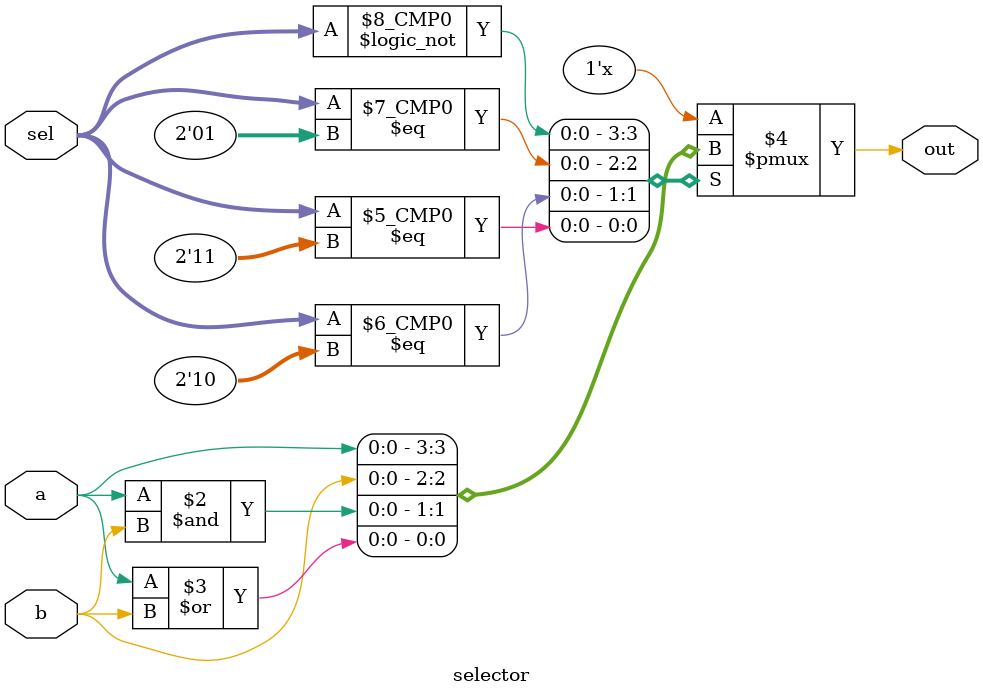
<source format=v>
module selector (
  input [1:0] sel,
  input a,
  input b,
  output reg out
);

  // always @(*) begin
  always @(a, b, sel) begin
    case (sel)
      2'b00: out = a;
      2'b01: out = b;
      2'b10: out = a & b;
      2'b11: out = a | b;
      default: out = 1'b0;
    endcase
  end

endmodule
</source>
